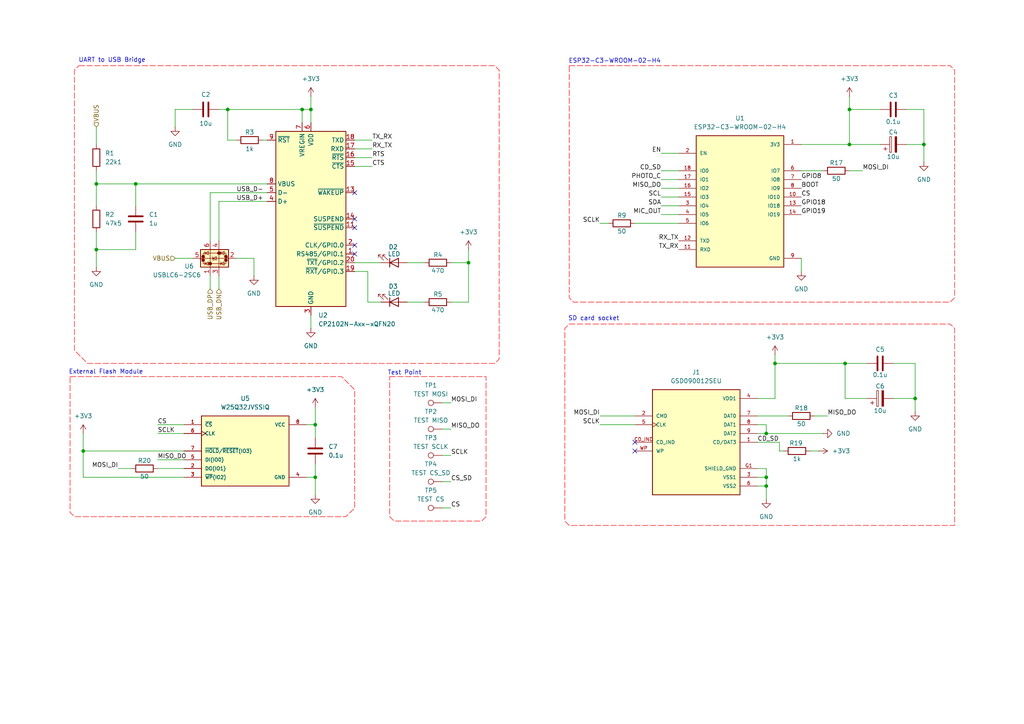
<source format=kicad_sch>
(kicad_sch (version 20250114) (generator "eeschema") (generator_version "9.0")
  (paper "A4")
  (title_block (title "ESP32 Based IoT Hardware-ESP32 and Peripherals") (date "2025-11-04") (rev "Khoa Doan"))
  (lib_symbols
    (symbol "Connector:TestPoint" (pin_numbers (hide yes)) (pin_names (offset 0.762) (hide yes))
      (property "Reference" "TP" (at 0 6.858 0))
      (property "Value" "TestPoint" (at 0 5.08 0))
      (symbol "TestPoint_0_1"
        (circle (center 0 3.302) (radius 0.762))
      )
      (symbol "TestPoint_1_1"
        (pin passive line (at 0 0 90) (length 2.54) (name "1") (number "1"))
      )
    )
    (symbol "Device:C" (pin_numbers (hide yes)) (pin_names (offset 0.254))
      (property "Reference" "C" (at 0.635 2.54 0))
      (property "Value" "C" (at 0.635 -2.54 0))
      (symbol "C_0_1"
        (polyline (pts (xy -2.032 0.762) (xy 2.032 0.762)) (stroke (width 0.508)))
        (polyline (pts (xy -2.032 -0.762) (xy 2.032 -0.762)) (stroke (width 0.508)))
      )
      (symbol "C_1_1"
        (pin passive line (at 0 3.81 270) (length 2.794) (name "~") (number "1"))
        (pin passive line (at 0 -3.81 90) (length 2.794) (name "~") (number "2"))
      )
    )
    (symbol "Device:C_Polarized" (pin_numbers (hide yes)) (pin_names (offset 0.254))
      (property "Reference" "C" (at 0.635 2.54 0))
      (property "Value" "C_Polarized" (at 0.635 -2.54 0))
      (symbol "C_Polarized_0_1"
        (rectangle (start -2.286 0.508) (end 2.286 1.016))
        (polyline (pts (xy -1.778 2.286) (xy -0.762 2.286)))
        (polyline (pts (xy -1.27 2.794) (xy -1.27 1.778)))
        (rectangle (start 2.286 -0.508) (end -2.286 -1.016) (fill (type outline)))
      )
      (symbol "C_Polarized_1_1"
        (pin passive line (at 0 3.81 270) (length 2.794) (name "~") (number "1"))
        (pin passive line (at 0 -3.81 90) (length 2.794) (name "~") (number "2"))
      )
    )
    (symbol "Device:LED" (pin_numbers (hide yes)) (pin_names (offset 1.016) (hide yes))
      (property "Reference" "D" (at 0 2.54 0))
      (property "Value" "LED" (at 0 -2.54 0))
      (symbol "LED_0_1"
        (polyline (pts (xy -3.048 -0.762) (xy -4.572 -2.286) (xy -3.81 -2.286) (xy -4.572 -2.286) (xy -4.572 -1.524)))
        (polyline (pts (xy -1.778 -0.762) (xy -3.302 -2.286) (xy -2.54 -2.286) (xy -3.302 -2.286) (xy -3.302 -1.524)))
        (polyline (pts (xy -1.27 0) (xy 1.27 0)))
        (polyline (pts (xy -1.27 -1.27) (xy -1.27 1.27)) (stroke (width 0.254)))
        (polyline (pts (xy 1.27 -1.27) (xy 1.27 1.27) (xy -1.27 0) (xy 1.27 -1.27)) (stroke (width 0.254)))
      )
      (symbol "LED_1_1"
        (pin passive line (at -3.81 0 0) (length 2.54) (name "K") (number "1"))
        (pin passive line (at 3.81 0 180) (length 2.54) (name "A") (number "2"))
      )
    )
    (symbol "Device:R" (pin_numbers (hide yes)) (pin_names (offset 0))
      (property "Reference" "R" (at 2.032 0 90))
      (property "Value" "R" (at 0 0 90))
      (symbol "R_0_1"
        (rectangle (start -1.016 -2.54) (end 1.016 2.54) (stroke (width 0.254)))
      )
      (symbol "R_1_1"
        (pin passive line (at 0 3.81 270) (length 1.27) (name "~") (number "1"))
        (pin passive line (at 0 -3.81 90) (length 1.27) (name "~") (number "2"))
      )
    )
    (symbol "ESP32-C3-WROOM-02-H4:ESP32-C3-WROOM-02-H4" (pin_names (offset 1.016))
      (property "Reference" "U1" (at 0 25.4 0))
      (property "Value" "ESP32-C3-WROOM-02-H4" (at 0 22.86 0))
      (symbol "ESP32-C3-WROOM-02-H4_0_0"
        (rectangle (start -12.7 -17.78) (end 12.7 20.32) (stroke (width 0.254)) (fill (type background)))
        (pin input line (at -17.78 15.24 0) (length 5.08) (name "EN") (number "2"))
        (pin bidirectional line (at -17.78 10.16 0) (length 5.08) (name "IO0") (number "18"))
        (pin bidirectional line (at -17.78 7.62 0) (length 5.08) (name "IO1") (number "17"))
        (pin bidirectional line (at -17.78 5.08 0) (length 5.08) (name "IO2") (number "16"))
        (pin bidirectional line (at -17.78 2.54 0) (length 5.08) (name "IO3") (number "15"))
        (pin bidirectional line (at -17.78 0 0) (length 5.08) (name "IO4") (number "3"))
        (pin bidirectional line (at -17.78 -2.54 0) (length 5.08) (name "IO5") (number "4"))
        (pin bidirectional line (at -17.78 -5.08 0) (length 5.08) (name "IO6") (number "5"))
        (pin bidirectional line (at -17.78 -10.16 0) (length 5.08) (name "TXD") (number "12"))
        (pin bidirectional line (at -17.78 -12.7 0) (length 5.08) (name "RXD") (number "11"))
        (pin power_in line (at 17.78 17.78 180) (length 5.08) (name "3V3") (number "1"))
        (pin bidirectional line (at 17.78 10.16 180) (length 5.08) (name "IO7") (number "6"))
        (pin bidirectional line (at 17.78 7.62 180) (length 5.08) (name "IO8") (number "7"))
        (pin bidirectional line (at 17.78 5.08 180) (length 5.08) (name "IO9") (number "8"))
        (pin bidirectional line (at 17.78 2.54 180) (length 5.08) (name "IO10") (number "10"))
        (pin bidirectional line (at 17.78 0 180) (length 5.08) (name "IO18") (number "13"))
        (pin bidirectional line (at 17.78 -2.54 180) (length 5.08) (name "IO19") (number "14"))
        (pin power_in line (at 17.78 -15.24 180) (length 5.08) (hide yes) (name "GND") (number "19"))
        (pin power_in line (at 17.78 -15.24 180) (length 5.08) (hide yes) (name "GND") (number "20"))
        (pin power_in line (at 17.78 -15.24 180) (length 5.08) (hide yes) (name "GND") (number "21"))
        (pin power_in line (at 17.78 -15.24 180) (length 5.08) (hide yes) (name "GND") (number "22"))
        (pin power_in line (at 17.78 -15.24 180) (length 5.08) (hide yes) (name "GND") (number "23"))
        (pin power_in line (at 17.78 -15.24 180) (length 5.08) (hide yes) (name "GND") (number "24"))
        (pin power_in line (at 17.78 -15.24 180) (length 5.08) (hide yes) (name "GND") (number "25"))
        (pin power_in line (at 17.78 -15.24 180) (length 5.08) (hide yes) (name "GND") (number "26"))
        (pin power_in line (at 17.78 -15.24 180) (length 5.08) (hide yes) (name "GND") (number "27"))
        (pin power_in line (at 17.78 -15.24 180) (length 5.08) (hide yes) (name "GND") (number "28"))
        (pin power_in line (at 17.78 -15.24 180) (length 5.08) (hide yes) (name "GND") (number "29"))
        (pin power_in line (at 17.78 -15.24 180) (length 5.08) (hide yes) (name "GND") (number "30"))
        (pin power_in line (at 17.78 -15.24 180) (length 5.08) (hide yes) (name "GND") (number "31"))
        (pin power_in line (at 17.78 -15.24 180) (length 5.08) (hide yes) (name "GND") (number "32"))
        (pin power_in line (at 17.78 -15.24 180) (length 5.08) (hide yes) (name "GND") (number "33"))
        (pin power_in line (at 17.78 -15.24 180) (length 5.08) (hide yes) (name "GND") (number "34"))
        (pin power_in line (at 17.78 -15.24 180) (length 5.08) (hide yes) (name "GND") (number "35"))
        (pin power_in line (at 17.78 -15.24 180) (length 5.08) (hide yes) (name "GND") (number "36"))
        (pin power_in line (at 17.78 -15.24 180) (length 5.08) (hide yes) (name "GND") (number "37"))
        (pin power_in line (at 17.78 -15.24 180) (length 5.08) (hide yes) (name "GND") (number "38"))
        (pin power_in line (at 17.78 -15.24 180) (length 5.08) (hide yes) (name "GND") (number "39"))
        (pin power_in line (at 17.78 -15.24 180) (length 5.08) (name "GND") (number "9"))
      )
    )
    (symbol "GSD090012SEU:GSD090012SEU" (pin_names (offset 1.016))
      (property "Reference" "J1" (at 0 20.32 0))
      (property "Value" "GSD090012SEU" (at 0 17.78 0))
      (symbol "GSD090012SEU_0_0"
        (rectangle (start -12.7 15.24) (end 12.7 -15.24) (stroke (width 0.254)) (fill (type background)))
        (pin bidirectional line (at -17.78 7.62 0) (length 5.08) (name "CMD") (number "2"))
        (pin bidirectional clock (at -17.78 5.08 0) (length 5.08) (name "CLK") (number "5"))
        (pin passive line (at -17.78 0 0) (length 5.08) (name "CD_IND") (number "CD_IND"))
        (pin passive line (at -17.78 -2.54 0) (length 5.08) (name "WP") (number "WP"))
        (pin power_in line (at 17.78 12.7 180) (length 5.08) (name "VDD1") (number "4"))
        (pin bidirectional line (at 17.78 7.62 180) (length 5.08) (name "DAT0") (number "7"))
        (pin bidirectional line (at 17.78 5.08 180) (length 5.08) (name "DAT1") (number "8"))
        (pin bidirectional line (at 17.78 2.54 180) (length 5.08) (name "DAT2") (number "9"))
        (pin bidirectional line (at 17.78 0 180) (length 5.08) (name "CD/DAT3") (number "1"))
        (pin power_in line (at 17.78 -7.62 180) (length 5.08) (name "SHIELD_GND") (number "G1"))
        (pin power_in line (at 17.78 -7.62 180) (length 5.08) (hide yes) (name "SHIELD_GND") (number "G2"))
        (pin power_in line (at 17.78 -7.62 180) (length 5.08) (hide yes) (name "SHIELD_GND") (number "G3"))
        (pin power_in line (at 17.78 -7.62 180) (length 5.08) (hide yes) (name "SHIELD_GND") (number "G4"))
        (pin power_in line (at 17.78 -10.16 180) (length 5.08) (name "VSS1") (number "3"))
        (pin power_in line (at 17.78 -12.7 180) (length 5.08) (name "VSS2") (number "6"))
      )
    )
    (symbol "Interface_USB:CP2102N-Axx-xQFN20"
      (property "Reference" "U" (at -8.89 26.67 0))
      (property "Value" "CP2102N-Axx-xQFN20" (at 12.7 26.67 0))
      (symbol "CP2102N-Axx-xQFN20_0_1"
        (rectangle (start -10.16 25.4) (end 10.16 -25.4) (stroke (width 0.254)) (fill (type background)))
      )
      (symbol "CP2102N-Axx-xQFN20_1_1"
        (pin input line (at -12.7 22.86 0) (length 2.54) (name "~{RST}") (number "9"))
        (pin input line (at -12.7 10.16 0) (length 2.54) (name "VBUS") (number "8"))
        (pin bidirectional line (at -12.7 7.62 0) (length 2.54) (name "D-") (number "5"))
        (pin bidirectional line (at -12.7 5.08 0) (length 2.54) (name "D+") (number "4"))
        (pin no_connect line (at -10.16 -22.86 0) (length 2.54) (hide yes) (name "NC") (number "10"))
        (pin power_in line (at -2.54 27.94 270) (length 2.54) (name "VREGIN") (number "7"))
        (pin power_in line (at 0 27.94 270) (length 2.54) (name "VDD") (number "6"))
        (pin passive line (at 0 -27.94 90) (length 2.54) (hide yes) (name "GND") (number "12"))
        (pin passive line (at 0 -27.94 90) (length 2.54) (hide yes) (name "GND") (number "21"))
        (pin power_in line (at 0 -27.94 90) (length 2.54) (name "GND") (number "3"))
        (pin output line (at 12.7 22.86 180) (length 2.54) (name "TXD") (number "18"))
        (pin input line (at 12.7 20.32 180) (length 2.54) (name "RXD") (number "17"))
        (pin output line (at 12.7 17.78 180) (length 2.54) (name "~{RTS}") (number "16"))
        (pin input line (at 12.7 15.24 180) (length 2.54) (name "~{CTS}") (number "15"))
        (pin input line (at 12.7 7.62 180) (length 2.54) (name "~{WAKEUP}") (number "13"))
        (pin output line (at 12.7 0 180) (length 2.54) (name "SUSPEND") (number "14"))
        (pin output line (at 12.7 -2.54 180) (length 2.54) (name "~{SUSPEND}") (number "11"))
        (pin bidirectional line (at 12.7 -7.62 180) (length 2.54) (name "CLK/GPIO.0") (number "2"))
        (pin bidirectional line (at 12.7 -10.16 180) (length 2.54) (name "RS485/GPIO.1") (number "1"))
        (pin bidirectional line (at 12.7 -12.7 180) (length 2.54) (name "~{TXT}/GPIO.2") (number "20"))
        (pin bidirectional line (at 12.7 -15.24 180) (length 2.54) (name "~{RXT}/GPIO.3") (number "19"))
      )
    )
    (symbol "Power_Protection:USBLC6-2SC6" (pin_names (hide yes))
      (property "Reference" "U" (at 0.635 5.715 0))
      (property "Value" "USBLC6-2SC6" (at 0.635 3.81 0))
      (symbol "USBLC6-2SC6_0_0"
        (circle (center -1.524 0) (radius 0.0001) (stroke (width 0.508)))
        (circle (center -0.508 2.032) (radius 0.0001) (stroke (width 0.508)))
        (circle (center -0.508 -4.572) (radius 0.0001) (stroke (width 0.508)))
        (circle (center 0.508 2.032) (radius 0.0001) (stroke (width 0.508)))
        (circle (center 0.508 -4.572) (radius 0.0001) (stroke (width 0.508)))
        (circle (center 1.524 -2.54) (radius 0.0001) (stroke (width 0.508)))
      )
      (symbol "USBLC6-2SC6_0_1"
        (polyline (pts (xy -2.54 0) (xy 2.54 0)))
        (polyline (pts (xy -2.54 -2.54) (xy 2.54 -2.54)))
        (polyline (pts (xy -2.032 0.508) (xy -1.016 0.508) (xy -1.524 1.524) (xy -2.032 0.508)))
        (polyline (pts (xy -2.032 -3.048) (xy -1.016 -3.048)))
        (polyline (pts (xy -1.016 1.524) (xy -2.032 1.524)))
        (polyline (pts (xy -1.016 -4.064) (xy -2.032 -4.064) (xy -1.524 -3.048) (xy -1.016 -4.064)))
        (polyline (pts (xy -0.508 -1.143) (xy -0.508 -0.762) (xy 0.508 -0.762)))
        (polyline (pts (xy 0 2.54) (xy -0.508 2.032) (xy 0.508 2.032) (xy 0 1.524) (xy 0 -4.064) (xy -0.508 -4.572) (xy 0.508 -4.572) (xy 0 -5.08)))
        (polyline (pts (xy 0.508 -1.778) (xy -0.508 -1.778) (xy 0 -0.762) (xy 0.508 -1.778)))
        (polyline (pts (xy 1.016 1.524) (xy 2.032 1.524)))
        (polyline (pts (xy 1.016 -3.048) (xy 2.032 -3.048)))
        (polyline (pts (xy 2.032 0.508) (xy 1.016 0.508) (xy 1.524 1.524) (xy 2.032 0.508)))
        (polyline (pts (xy 2.032 -4.064) (xy 1.016 -4.064) (xy 1.524 -3.048) (xy 2.032 -4.064)))
      )
      (symbol "USBLC6-2SC6_1_1"
        (rectangle (start -2.54 2.794) (end 2.54 -5.334) (stroke (width 0.254)) (fill (type background)))
        (polyline (pts (xy -0.508 2.032) (xy -1.524 2.032) (xy -1.524 -4.572) (xy -0.508 -4.572)))
        (polyline (pts (xy 0.508 -4.572) (xy 1.524 -4.572) (xy 1.524 2.032) (xy 0.508 2.032)))
        (pin passive line (at -5.08 0 0) (length 2.54) (name "I/O1") (number "1"))
        (pin passive line (at -5.08 -2.54 0) (length 2.54) (name "I/O2") (number "3"))
        (pin passive line (at 0 5.08 270) (length 2.54) (name "VBUS") (number "5"))
        (pin passive line (at 0 -7.62 90) (length 2.54) (name "GND") (number "2"))
        (pin passive line (at 5.08 0 180) (length 2.54) (name "I/O1") (number "6"))
        (pin passive line (at 5.08 -2.54 180) (length 2.54) (name "I/O2") (number "4"))
      )
    )
    (symbol "W25Q32JVSSIQ:W25Q32JVSSIQ" (pin_names (offset 1.016))
      (property "Reference" "U" (at -12.4723 10.945 0))
      (property "Value" "W25Q32JVSSIQ" (at -12.4744 -12.2198 0))
      (symbol "W25Q32JVSSIQ_0_0"
        (rectangle (start -12.7 -10.16) (end 12.7 10.16) (stroke (width 0.254)) (fill (type background)))
        (pin input line (at -17.78 7.62 0) (length 5.08) (name "~{CS}") (number "1"))
        (pin input clock (at -17.78 5.08 0) (length 5.08) (name "CLK") (number "6"))
        (pin bidirectional line (at -17.78 0 0) (length 5.08) (name "~{HOLD}/~{RESET}(IO3)") (number "7"))
        (pin bidirectional line (at -17.78 -2.54 0) (length 5.08) (name "DI(IO0)") (number "5"))
        (pin bidirectional line (at -17.78 -5.08 0) (length 5.08) (name "DO(IO1)") (number "2"))
        (pin bidirectional line (at -17.78 -7.62 0) (length 5.08) (name "~{WP}(IO2)") (number "3"))
        (pin power_in line (at 17.78 7.62 180) (length 5.08) (name "VCC") (number "8"))
        (pin power_in line (at 17.78 -7.62 180) (length 5.08) (name "GND") (number "4"))
      )
    )
    (symbol "power:+3V3" (power) (pin_numbers (hide yes)) (pin_names (offset 0) (hide yes))
      (property "Value" "+3V3" (at 0 3.556 0))
      (symbol "+3V3_0_1"
        (polyline (pts (xy -0.762 1.27) (xy 0 2.54)))
        (polyline (pts (xy 0 2.54) (xy 0.762 1.27)))
        (polyline (pts (xy 0 0) (xy 0 2.54)))
      )
      (symbol "+3V3_1_1"
        (pin power_in line (at 0 0 90) (length 0) (name "~") (number "1"))
      )
    )
    (symbol "power:GND" (power) (pin_numbers (hide yes)) (pin_names (offset 0) (hide yes))
      (property "Value" "GND" (at 0 -3.81 0))
      (symbol "GND_0_1"
        (polyline (pts (xy 0 0) (xy 0 -1.27) (xy 1.27 -1.27) (xy 0 -2.54) (xy -1.27 -1.27) (xy 0 -1.27)))
      )
      (symbol "GND_1_1"
        (pin power_in line (at 0 0 270) (length 0) (name "~") (number "1"))
      )
    )
  )
  (text "UART to USB Bridge" (at 32.512 17.526 0) (effects (font (size 1.27 1.27))))
  (text "External Flash Module\n" (at 30.734 107.95 0) (effects (font (size 1.27 1.27))))
  (text "Test Point" (at 117.348 108.204 0) (effects (font (size 1.27 1.27))))
  (text "ESP32-C3-WROOM-02-H4" (at 178.308 17.78 0) (effects (font (size 1.27 1.27))))
  (text "SD card socket" (at 172.212 92.456 0) (effects (font (size 1.27 1.27))))
  (junction (at 224.79 105.41))
  (junction (at 245.11 105.41))
  (junction (at 222.25 140.97))
  (junction (at 246.38 31.75))
  (junction (at 39.37 53.34))
  (junction (at 90.17 31.75))
  (junction (at 24.13 130.81))
  (junction (at 87.63 31.75))
  (junction (at 267.97 41.91))
  (junction (at 27.94 72.39))
  (junction (at 222.25 138.43))
  (junction (at 91.44 123.19))
  (junction (at 222.25 125.73))
  (junction (at 265.43 115.57))
  (junction (at 246.38 41.91))
  (junction (at 135.89 76.2))
  (junction (at 66.04 31.75))
  (junction (at 27.94 53.34))
  (junction (at 91.44 138.43))
  (no_connect (at 184.15 130.81))
  (no_connect (at 102.87 71.12))
  (no_connect (at 102.87 55.88))
  (no_connect (at 102.87 66.04))
  (no_connect (at 102.87 73.66))
  (no_connect (at 184.15 128.27))
  (no_connect (at 102.87 63.5))
  (wire (pts (xy 24.13 125.73) (xy 24.13 130.81)))
  (wire (pts (xy 219.71 125.73) (xy 222.25 125.73)))
  (wire (pts (xy 267.97 31.75) (xy 267.97 41.91)))
  (wire (pts (xy 245.11 105.41) (xy 224.79 105.41)))
  (wire (pts (xy 87.63 31.75) (xy 90.17 31.75)))
  (wire (pts (xy 262.89 31.75) (xy 267.97 31.75)))
  (wire (pts (xy 63.5 69.85) (xy 63.5 58.42)))
  (wire (pts (xy 50.8 36.83) (xy 50.8 31.75)))
  (wire (pts (xy 251.46 115.57) (xy 245.11 115.57)))
  (wire (pts (xy 90.17 91.44) (xy 90.17 95.25)))
  (wire (pts (xy 128.27 124.46) (xy 130.81 124.46)))
  (wire (pts (xy 240.03 120.65) (xy 236.22 120.65)))
  (wire (pts (xy 226.06 130.81) (xy 227.33 130.81)))
  (wire (pts (xy 246.38 49.53) (xy 250.19 49.53)))
  (wire (pts (xy 63.5 80.01) (xy 63.5 83.82)))
  (wire (pts (xy 222.25 138.43) (xy 222.25 140.97)))
  (wire (pts (xy 219.71 123.19) (xy 222.25 123.19)))
  (wire (pts (xy 265.43 105.41) (xy 265.43 115.57)))
  (wire (pts (xy 91.44 123.19) (xy 91.44 127)))
  (wire (pts (xy 191.77 62.23) (xy 196.85 62.23)))
  (wire (pts (xy 66.04 40.64) (xy 66.04 31.75)))
  (wire (pts (xy 118.11 76.2) (xy 123.19 76.2)))
  (wire (pts (xy 191.77 59.69) (xy 196.85 59.69)))
  (wire (pts (xy 39.37 53.34) (xy 27.94 53.34)))
  (wire (pts (xy 102.87 43.18) (xy 107.95 43.18)))
  (wire (pts (xy 267.97 41.91) (xy 267.97 46.99)))
  (wire (pts (xy 130.81 76.2) (xy 135.89 76.2)))
  (wire (pts (xy 246.38 41.91) (xy 255.27 41.91)))
  (wire (pts (xy 226.06 128.27) (xy 219.71 128.27)))
  (wire (pts (xy 60.96 55.88) (xy 60.96 69.85)))
  (wire (pts (xy 246.38 31.75) (xy 246.38 41.91)))
  (wire (pts (xy 232.41 74.93) (xy 232.41 78.74)))
  (wire (pts (xy 106.68 87.63) (xy 110.49 87.63)))
  (wire (pts (xy 90.17 31.75) (xy 90.17 35.56)))
  (wire (pts (xy 259.08 115.57) (xy 265.43 115.57)))
  (wire (pts (xy 219.71 140.97) (xy 222.25 140.97)))
  (wire (pts (xy 45.72 133.35) (xy 53.34 133.35)))
  (wire (pts (xy 53.34 138.43) (xy 24.13 138.43)))
  (wire (pts (xy 24.13 138.43) (xy 24.13 130.81)))
  (wire (pts (xy 27.94 72.39) (xy 39.37 72.39)))
  (wire (pts (xy 219.71 138.43) (xy 222.25 138.43)))
  (wire (pts (xy 66.04 31.75) (xy 87.63 31.75)))
  (wire (pts (xy 173.99 64.77) (xy 176.53 64.77)))
  (wire (pts (xy 45.72 135.89) (xy 53.34 135.89)))
  (wire (pts (xy 191.77 52.07) (xy 196.85 52.07)))
  (wire (pts (xy 245.11 115.57) (xy 245.11 105.41)))
  (wire (pts (xy 53.34 130.81) (xy 24.13 130.81)))
  (wire (pts (xy 102.87 40.64) (xy 107.95 40.64)))
  (wire (pts (xy 173.99 120.65) (xy 184.15 120.65)))
  (wire (pts (xy 90.17 27.94) (xy 90.17 31.75)))
  (wire (pts (xy 246.38 27.94) (xy 246.38 31.75)))
  (wire (pts (xy 76.2 40.64) (xy 77.47 40.64)))
  (wire (pts (xy 102.87 76.2) (xy 110.49 76.2)))
  (wire (pts (xy 135.89 72.39) (xy 135.89 76.2)))
  (wire (pts (xy 50.8 31.75) (xy 55.88 31.75)))
  (wire (pts (xy 245.11 105.41) (xy 251.46 105.41)))
  (wire (pts (xy 27.94 72.39) (xy 27.94 77.47)))
  (wire (pts (xy 91.44 134.62) (xy 91.44 138.43)))
  (wire (pts (xy 246.38 31.75) (xy 255.27 31.75)))
  (wire (pts (xy 135.89 76.2) (xy 135.89 87.63)))
  (wire (pts (xy 184.15 64.77) (xy 196.85 64.77)))
  (wire (pts (xy 173.99 123.19) (xy 184.15 123.19)))
  (wire (pts (xy 27.94 67.31) (xy 27.94 72.39)))
  (wire (pts (xy 224.79 115.57) (xy 219.71 115.57)))
  (wire (pts (xy 39.37 53.34) (xy 39.37 59.69)))
  (wire (pts (xy 259.08 105.41) (xy 265.43 105.41)))
  (wire (pts (xy 27.94 53.34) (xy 27.94 59.69)))
  (wire (pts (xy 27.94 36.83) (xy 27.94 41.91)))
  (wire (pts (xy 91.44 138.43) (xy 91.44 143.51)))
  (wire (pts (xy 226.06 130.81) (xy 226.06 128.27)))
  (wire (pts (xy 224.79 102.87) (xy 224.79 105.41)))
  (wire (pts (xy 265.43 115.57) (xy 265.43 119.38)))
  (wire (pts (xy 222.25 135.89) (xy 222.25 138.43)))
  (wire (pts (xy 222.25 123.19) (xy 222.25 125.73)))
  (wire (pts (xy 91.44 118.11) (xy 91.44 123.19)))
  (wire (pts (xy 224.79 105.41) (xy 224.79 115.57)))
  (wire (pts (xy 222.25 140.97) (xy 222.25 144.78)))
  (wire (pts (xy 60.96 80.01) (xy 60.96 83.82)))
  (wire (pts (xy 27.94 49.53) (xy 27.94 53.34)))
  (wire (pts (xy 66.04 40.64) (xy 68.58 40.64)))
  (wire (pts (xy 87.63 31.75) (xy 87.63 35.56)))
  (wire (pts (xy 88.9 138.43) (xy 91.44 138.43)))
  (wire (pts (xy 39.37 67.31) (xy 39.37 72.39)))
  (wire (pts (xy 63.5 58.42) (xy 77.47 58.42)))
  (wire (pts (xy 106.68 78.74) (xy 102.87 78.74)))
  (wire (pts (xy 191.77 54.61) (xy 196.85 54.61)))
  (wire (pts (xy 77.47 53.34) (xy 39.37 53.34)))
  (wire (pts (xy 38.1 135.89) (xy 34.29 135.89)))
  (wire (pts (xy 102.87 48.26) (xy 107.95 48.26)))
  (wire (pts (xy 130.81 87.63) (xy 135.89 87.63)))
  (wire (pts (xy 73.66 74.93) (xy 73.66 80.01)))
  (wire (pts (xy 45.72 123.19) (xy 53.34 123.19)))
  (wire (pts (xy 45.72 125.73) (xy 53.34 125.73)))
  (wire (pts (xy 128.27 139.7) (xy 130.81 139.7)))
  (wire (pts (xy 60.96 55.88) (xy 77.47 55.88)))
  (wire (pts (xy 63.5 31.75) (xy 66.04 31.75)))
  (wire (pts (xy 219.71 120.65) (xy 228.6 120.65)))
  (wire (pts (xy 232.41 41.91) (xy 246.38 41.91)))
  (wire (pts (xy 88.9 123.19) (xy 91.44 123.19)))
  (wire (pts (xy 118.11 87.63) (xy 123.19 87.63)))
  (wire (pts (xy 191.77 49.53) (xy 196.85 49.53)))
  (wire (pts (xy 128.27 116.84) (xy 130.81 116.84)))
  (wire (pts (xy 68.58 74.93) (xy 73.66 74.93)))
  (wire (pts (xy 219.71 135.89) (xy 222.25 135.89)))
  (wire (pts (xy 267.97 41.91) (xy 262.89 41.91)))
  (wire (pts (xy 102.87 45.72) (xy 107.95 45.72)))
  (wire (pts (xy 128.27 147.32) (xy 130.81 147.32)))
  (wire (pts (xy 234.95 130.81) (xy 237.49 130.81)))
  (wire (pts (xy 232.41 49.53) (xy 238.76 49.53)))
  (wire (pts (xy 222.25 125.73) (xy 238.76 125.73)))
  (wire (pts (xy 106.68 78.74) (xy 106.68 87.63)))
  (wire (pts (xy 191.77 44.45) (xy 196.85 44.45)))
  (wire (pts (xy 191.77 57.15) (xy 196.85 57.15)))
  (wire (pts (xy 128.27 132.08) (xy 130.81 132.08)))
  (wire (pts (xy 50.8 74.93) (xy 55.88 74.93)))
  (label "RTS" (at 107.95 45.72 0))
  (label "SCLK" (at 173.99 123.19 180))
  (label "CTS" (at 107.95 48.26 0))
  (label "CD_SD" (at 191.77 49.53 180))
  (label "GPIO19" (at 232.41 62.23 0))
  (label "MIC_OUT" (at 191.77 62.23 180))
  (label "CS" (at 130.81 147.32 0))
  (label "CS" (at 45.72 123.19 0))
  (label "MOSI_DI" (at 250.19 49.53 0))
  (label "CS_SD" (at 130.81 139.7 0))
  (label "CD_SD" (at 219.71 128.27 0))
  (label "MISO_DO" (at 240.03 120.65 0))
  (label "MISO_DO" (at 191.77 54.61 180))
  (label "SCLK" (at 173.99 64.77 180))
  (label "MISO_DO" (at 45.72 133.35 0))
  (label "SCLK" (at 45.72 125.73 0))
  (label "MOSI_DI" (at 130.81 116.84 0))
  (label "PHOTO_C" (at 191.77 52.07 180))
  (label "RX_TX" (at 107.95 43.18 0))
  (label "TX_RX" (at 107.95 40.64 0))
  (label "TX_RX" (at 196.85 72.39 180))
  (label "MISO_DO" (at 130.81 124.46 0))
  (label "SDA" (at 191.77 59.69 180))
  (label "RX_TX" (at 196.85 69.85 180))
  (label "MOSI_DI" (at 34.29 135.89 180))
  (label "BOOT" (at 232.41 54.61 0))
  (label "USB_D+" (at 68.58 58.42 0))
  (label "EN" (at 191.77 44.45 180))
  (label "GPIO8" (at 232.41 52.07 0))
  (label "SCLK" (at 130.81 132.08 0))
  (label "USB_D-" (at 68.58 55.88 0))
  (label "MOSI_DI" (at 173.99 120.65 180))
  (label "CS" (at 232.41 57.15 0))
  (label "SCL" (at 191.77 57.15 180))
  (label "GPIO18" (at 232.41 59.69 0))
  (hierarchical_label "VBUS" (shape input) (at 50.8 74.93 180))
  (hierarchical_label "USB_DP" (shape input) (at 60.96 83.82 270))
  (hierarchical_label "USB_DN" (shape input) (at 63.5 83.82 270))
  (hierarchical_label "VBUS" (shape input) (at 27.94 36.83 90))
  (rule_area (polyline (pts (xy 165.1 19.05) (xy 275.59 19.05) (xy 276.86 20.32) (xy 276.86 86.36) (xy 275.59 87.63) (xy 166.37 87.63) (xy 165.1 86.36)) (stroke (width 0) (type dash))))
  (rule_area (polyline (pts (xy 165.1 93.98) (xy 275.59 93.98) (xy 276.86 95.25) (xy 276.86 152.4) (xy 165.1 152.4) (xy 163.83 151.13) (xy 163.83 95.25)) (stroke (width 0) (type dash))))
  (rule_area (polyline (pts (xy 20.32 109.22) (xy 99.06 109.22) (xy 102.87 113.03) (xy 102.87 147.32) (xy 100.33 149.86) (xy 21.59 149.86) (xy 20.32 148.59)) (stroke (width 0) (type dash))))
  (rule_area (polyline (pts (xy 22.86 19.05) (xy 143.51 19.05) (xy 144.78 20.32) (xy 144.78 104.14) (xy 143.51 105.41) (xy 25.4 105.41) (xy 21.59 101.6) (xy 21.59 20.32)) (stroke (width 0) (type dash))))
  (rule_area (polyline (pts (xy 113.03 109.22) (xy 140.97 109.22) (xy 140.97 149.86) (xy 139.7 151.13) (xy 114.3 151.13) (xy 113.03 149.86)) (stroke (width 0) (type dash))))
  (symbol (lib_id "Device:LED") (at 114.3 87.63 0) (mirror x) (unit 1)
    (property "Reference" "D3" (at 114.046 83.058 0))
    (property "Value" "LED" (at 114.3 85.09 0))
    (property "Description" "Light emitting diode" (effects (hide yes)))
    (property "Sim.Pins" "1=K 2=A" (effects (hide yes)))
  )
  (symbol (lib_id "Device:R") (at 27.94 63.5 0) (unit 1)
    (property "Reference" "R2" (at 30.48 62.2299 0) (effects (justify left)))
    (property "Value" "47k5" (at 30.48 64.7699 0) (effects (justify left)))
    (property "Description" "Resistor" (effects (hide yes)))
  )
  (symbol (lib_id "power:+3V3") (at 91.44 118.11 0) (unit 1)
    (property "Reference" "#PWR032" (effects (hide yes)))
    (property "Value" "+3V3" (at 91.44 113.03 0))
    (property "Description" "Power symbol creates a global label with name \"+3V3\"" (effects (hide yes)))
  )
  (symbol (lib_id "Power_Protection:USBLC6-2SC6") (at 60.96 74.93 90) (unit 1)
    (property "Reference" "U6" (at 54.864 77.216 90))
    (property "Value" "USBLC6-2SC6" (at 51.308 79.756 90))
    (property "Footprint" "Package_TO_SOT_SMD:SOT-23-6" (effects (hide yes)))
    (property "Datasheet" "https://www.st.com/resource/en/datasheet/usblc6-2.pdf" (effects (hide yes)))
    (property "Description" "Very low capacitance ESD protection diode, 2 data-line, SOT-23-6" (effects (hide yes)))
  )
  (symbol (lib_id "Device:C") (at 255.27 105.41 90) (unit 1)
    (property "Reference" "C5" (at 255.27 101.346 90))
    (property "Value" "0.1u" (at 255.27 108.712 90))
    (property "Description" "Unpolarized capacitor" (effects (hide yes)))
  )
  (symbol (lib_id "power:GND") (at 27.94 77.47 0) (unit 1)
    (property "Reference" "#PWR05" (effects (hide yes)))
    (property "Value" "GND" (at 27.94 82.55 0))
    (property "Description" "Power symbol creates a global label with name \"GND\" , ground" (effects (hide yes)))
  )
  (symbol (lib_id "Device:R") (at 180.34 64.77 90) (unit 1)
    (property "Reference" "R9" (at 180.34 62.484 90))
    (property "Value" "50" (at 180.34 67.056 90))
    (property "Description" "Resistor" (effects (hide yes)))
  )
  (symbol (lib_id "power:GND") (at 90.17 95.25 0) (unit 1)
    (property "Reference" "#PWR04" (effects (hide yes)))
    (property "Value" "GND" (at 90.17 100.33 0))
    (property "Description" "Power symbol creates a global label with name \"GND\" , ground" (effects (hide yes)))
  )
  (symbol (lib_id "Device:R") (at 127 87.63 90) (unit 1)
    (property "Reference" "R5" (at 127 85.344 90))
    (property "Value" "470" (at 127 89.916 90))
    (property "Description" "Resistor" (effects (hide yes)))
  )
  (symbol (lib_id "Connector:TestPoint") (at 128.27 147.32 90) (unit 1)
    (property "Reference" "TP5" (at 124.968 142.24 90))
    (property "Value" "TEST CS" (at 124.968 144.78 90))
    (property "Description" "test point" (effects (hide yes)))
  )
  (symbol (lib_id "power:GND") (at 73.66 80.01 0) (unit 1)
    (property "Reference" "#PWR03" (effects (hide yes)))
    (property "Value" "GND" (at 73.66 85.09 0))
    (property "Description" "Power symbol creates a global label with name \"GND\" , ground" (effects (hide yes)))
  )
  (symbol (lib_id "power:GND") (at 222.25 144.78 0) (unit 1)
    (property "Reference" "#PWR027" (effects (hide yes)))
    (property "Value" "GND" (at 222.25 149.86 0))
    (property "Description" "Power symbol creates a global label with name \"GND\" , ground" (effects (hide yes)))
  )
  (symbol (lib_id "Device:R") (at 242.57 49.53 90) (unit 1)
    (property "Reference" "R17" (at 242.57 47.244 90))
    (property "Value" "50" (at 242.57 51.816 90))
    (property "Description" "Resistor" (effects (hide yes)))
  )
  (symbol (lib_id "power:GND") (at 232.41 78.74 0) (unit 1)
    (property "Reference" "#PWR011" (effects (hide yes)))
    (property "Value" "GND" (at 232.41 83.82 0))
    (property "Description" "Power symbol creates a global label with name \"GND\" , ground" (effects (hide yes)))
  )
  (symbol (lib_id "power:GND") (at 50.8 36.83 0) (unit 1)
    (property "Reference" "#PWR06" (effects (hide yes)))
    (property "Value" "GND" (at 50.8 41.91 0))
    (property "Description" "Power symbol creates a global label with name \"GND\" , ground" (effects (hide yes)))
  )
  (symbol (lib_id "Device:C") (at 39.37 63.5 0) (unit 1)
    (property "Reference" "C1" (at 43.18 62.2299 0) (effects (justify left)))
    (property "Value" "1u" (at 43.18 64.7699 0) (effects (justify left)))
    (property "Description" "Unpolarized capacitor" (effects (hide yes)))
  )
  (symbol (lib_id "power:+3V3") (at 237.49 130.81 270) (unit 1)
    (property "Reference" "#PWR014" (effects (hide yes)))
    (property "Value" "+3V3" (at 241.3 130.8099 90) (effects (justify left)))
    (property "Description" "Power symbol creates a global label with name \"+3V3\"" (effects (hide yes)))
  )
  (symbol (lib_id "Device:R") (at 232.41 120.65 90) (unit 1)
    (property "Reference" "R18" (at 232.41 118.364 90))
    (property "Value" "50" (at 232.41 122.936 90))
    (property "Description" "Resistor" (effects (hide yes)))
  )
  (symbol (lib_id "power:+3V3") (at 24.13 125.73 0) (unit 1)
    (property "Reference" "#PWR031" (effects (hide yes)))
    (property "Value" "+3V3" (at 24.13 120.65 0))
    (property "Description" "Power symbol creates a global label with name \"+3V3\"" (effects (hide yes)))
  )
  (symbol (lib_id "power:+3V3") (at 90.17 27.94 0) (unit 1)
    (property "Reference" "#PWR07" (effects (hide yes)))
    (property "Value" "+3V3" (at 90.17 22.86 0))
    (property "Description" "Power symbol creates a global label with name \"+3V3\"" (effects (hide yes)))
  )
  (symbol (lib_id "power:+3V3") (at 224.79 102.87 0) (unit 1)
    (property "Reference" "#PWR028" (effects (hide yes)))
    (property "Value" "+3V3" (at 224.79 97.79 0))
    (property "Description" "Power symbol creates a global label with name \"+3V3\"" (effects (hide yes)))
  )
  (symbol (lib_id "power:GND") (at 91.44 143.51 0) (unit 1)
    (property "Reference" "#PWR030" (effects (hide yes)))
    (property "Value" "GND" (at 91.44 148.59 0))
    (property "Description" "Power symbol creates a global label with name \"GND\" , ground" (effects (hide yes)))
  )
  (symbol (lib_id "Device:R") (at 27.94 45.72 0) (unit 1)
    (property "Reference" "R1" (at 30.48 44.4499 0) (effects (justify left)))
    (property "Value" "22k1" (at 30.48 46.9899 0) (effects (justify left)))
    (property "Description" "Resistor" (effects (hide yes)))
  )
  (symbol (lib_id "Device:R") (at 72.39 40.64 90) (unit 1)
    (property "Reference" "R3" (at 72.39 38.354 90))
    (property "Value" "1k" (at 72.39 43.18 90))
    (property "Description" "Resistor" (effects (hide yes)))
  )
  (symbol (lib_id "power:+3V3") (at 246.38 27.94 0) (unit 1)
    (property "Reference" "#PWR09" (effects (hide yes)))
    (property "Value" "+3V3" (at 246.38 22.86 0))
    (property "Description" "Power symbol creates a global label with name \"+3V3\"" (effects (hide yes)))
  )
  (symbol (lib_id "Interface_USB:CP2102N-Axx-xQFN20") (at 90.17 63.5 0) (unit 1)
    (property "Reference" "U2" (at 92.3133 91.44 0) (effects (justify left)))
    (property "Value" "CP2102N-Axx-xQFN20" (at 92.3133 93.98 0) (effects (justify left)))
    (property "Footprint" "Package_DFN_QFN:SiliconLabs_QFN-20-1EP_3x3mm_P0.5mm_EP1.8x1.8mm" (effects (hide yes)))
    (property "Datasheet" "https://www.silabs.com/documents/public/data-sheets/cp2102n-datasheet.pdf" (effects (hide yes)))
    (property "Description" "USB to UART master bridge, QFN-20" (effects (hide yes)))
  )
  (symbol (lib_id "Device:C_Polarized") (at 259.08 41.91 90) (unit 1)
    (property "Reference" "C4" (at 259.08 38.354 90))
    (property "Value" "10u" (at 259.08 45.466 90))
    (property "Description" "Polarized capacitor" (effects (hide yes)))
  )
  (symbol (lib_id "Device:LED") (at 114.3 76.2 0) (mirror x) (unit 1)
    (property "Reference" "D2" (at 114.046 71.628 0))
    (property "Value" "LED" (at 114.3 73.66 0))
    (property "Description" "Light emitting diode" (effects (hide yes)))
    (property "Sim.Pins" "1=K 2=A" (effects (hide yes)))
  )
  (symbol (lib_id "power:GND") (at 267.97 46.99 0) (unit 1)
    (property "Reference" "#PWR010" (effects (hide yes)))
    (property "Value" "GND" (at 267.97 52.07 0))
    (property "Description" "Power symbol creates a global label with name \"GND\" , ground" (effects (hide yes)))
  )
  (symbol (lib_id "Device:R") (at 41.91 135.89 270) (unit 1)
    (property "Reference" "R20" (at 41.91 133.604 90))
    (property "Value" "50" (at 41.91 138.176 90))
    (property "Description" "Resistor" (effects (hide yes)))
  )
  (symbol (lib_id "Connector:TestPoint") (at 128.27 116.84 90) (unit 1)
    (property "Reference" "TP1" (at 124.968 111.76 90))
    (property "Value" "TEST MOSI" (at 124.968 114.3 90))
    (property "Description" "test point" (effects (hide yes)))
  )
  (symbol (lib_id "Device:R") (at 127 76.2 90) (unit 1)
    (property "Reference" "R4" (at 127 73.914 90))
    (property "Value" "470" (at 127 78.486 90))
    (property "Description" "Resistor" (effects (hide yes)))
  )
  (symbol (lib_id "GSD090012SEU:GSD090012SEU") (at 201.93 128.27 0) (unit 1)
    (property "Reference" "J1" (at 201.93 107.95 0))
    (property "Value" "GSD090012SEU" (at 201.93 110.49 0))
    (property "Footprint" "GSD090012SEU:AMPHENOL_GSD090012SEU" (effects (hide yes)))
    (property "MF" "Amphenol" (effects (hide yes)))
    (property "MAXIMUM_PACKAGE_HEIGHT" "2.95mm" (effects (hide yes)))
    (property "Package" "None" (effects (hide yes)))
    (property "Price" "None" (effects (hide yes)))
    (property "Check_prices" "https://www.snapeda.com/parts/GSD090012SEU/Amphenol/view-part/?ref=eda" (effects (hide yes)))
    (property "STANDARD" "Manufacturer Recommendations" (effects (hide yes)))
    (property "PARTREV" "E" (effects (hide yes)))
    (property "SnapEDA_Link" "https://www.snapeda.com/parts/GSD090012SEU/Amphenol/view-part/?ref=snap" (effects (hide yes)))
    (property "MP" "GSD090012SEU" (effects (hide yes)))
    (property "Description_1" "Micro SD and SD Card Sockets, Input Output Connectors, SD Socket,9 Position,SMT" (effects (hide yes)))
    (property "Availability" "In Stock" (effects (hide yes)))
    (property "MANUFACTURER" "Amphenol" (effects (hide yes)))
  )
  (symbol (lib_id "power:GND") (at 238.76 125.73 90) (unit 1)
    (property "Reference" "#PWR013" (effects (hide yes)))
    (property "Value" "GND" (at 242.57 125.7299 90) (effects (justify right)))
    (property "Description" "Power symbol creates a global label with name \"GND\" , ground" (effects (hide yes)))
  )
  (symbol (lib_id "Device:C") (at 59.69 31.75 270) (unit 1)
    (property "Reference" "C2" (at 59.69 27.432 90))
    (property "Value" "10u" (at 59.69 35.814 90))
    (property "Description" "Unpolarized capacitor" (effects (hide yes)))
  )
  (symbol (lib_id "Connector:TestPoint") (at 128.27 132.08 90) (unit 1)
    (property "Reference" "TP3" (at 124.968 127 90))
    (property "Value" "TEST SCLK" (at 124.968 129.54 90))
    (property "Description" "test point" (effects (hide yes)))
  )
  (symbol (lib_id "Connector:TestPoint") (at 128.27 124.46 90) (unit 1)
    (property "Reference" "TP2" (at 124.968 119.38 90))
    (property "Value" "TEST MISO" (at 124.968 121.92 90))
    (property "Description" "test point" (effects (hide yes)))
  )
  (symbol (lib_id "W25Q32JVSSIQ:W25Q32JVSSIQ") (at 71.12 130.81 0) (unit 1)
    (property "Reference" "U5" (at 71.12 115.57 0))
    (property "Value" "W25Q32JVSSIQ" (at 71.12 118.11 0))
    (property "Footprint" "W25Q32JVSSIQ:SOIC127P790X216-8N" (effects (hide yes)))
    (property "MF" "Winbond" (effects (hide yes)))
    (property "Description_1" "FLASH - NOR Memory IC 32Mb (4M x 8) SPI - Quad I/O 133 MHz 8-SOIC" (effects (hide yes)))
    (property "Package" "SOIC-8 Winbond" (effects (hide yes)))
    (property "Price" "None" (effects (hide yes)))
    (property "SnapEDA_Link" "https://www.snapeda.com/parts/W25Q32JVSSIQ/Winbond/view-part/?ref=snap" (effects (hide yes)))
    (property "MP" "W25Q32JVSSIQ" (effects (hide yes)))
    (property "M_PART_NUMBER" "W25QXX" (effects (hide yes)))
    (property "Availability" "In Stock" (effects (hide yes)))
    (property "Check_prices" "https://www.snapeda.com/parts/W25Q32JVSSIQ/Winbond/view-part/?ref=eda" (effects (hide yes)))
  )
  (symbol (lib_id "ESP32-C3-WROOM-02-H4:ESP32-C3-WROOM-02-H4") (at 214.63 59.69 0) (unit 1)
    (property "Reference" "U1" (at 214.63 34.29 0))
    (property "Value" "ESP32-C3-WROOM-02-H4" (at 214.63 36.83 0))
    (property "Footprint" "ESP32-C3-WROOM-02-H4:MODULE_ESP32-C3-WROOM-02-H4" (effects (hide yes)))
    (property "MF" "Espressif Systems" (effects (hide yes)))
    (property "Description_1" "WiFi Modules (802.11) (Engineering Samples) SMD module, ESP32-C3, 4MB SPI flash, PCB antenna, -40 C +105 C" (effects (hide yes)))
    (property "Package" "Package" (effects (hide yes)))
    (property "Price" "None" (effects (hide yes)))
    (property "Check_prices" "https://www.snapeda.com/parts/ESP32-C3-WROOM-02-H4/Espressif+Systems/view-part/?ref=eda" (effects (hide yes)))
    (property "SnapEDA_Link" "https://www.snapeda.com/parts/ESP32-C3-WROOM-02-H4/Espressif+Systems/view-part/?ref=snap" (effects (hide yes)))
    (property "MP" "ESP32-C3-WROOM-02-H4" (effects (hide yes)))
    (property "Availability" "In Stock" (effects (hide yes)))
    (property "Purchase-URL" "https://pricing.snapeda.com/search/part/ESP32-C3-WROOM-02-H4/?ref=eda" (effects (hide yes)))
  )
  (symbol (lib_id "power:GND") (at 265.43 119.38 0) (unit 1)
    (property "Reference" "#PWR029" (effects (hide yes)))
    (property "Value" "GND" (at 265.43 124.46 0))
    (property "Description" "Power symbol creates a global label with name \"GND\" , ground" (effects (hide yes)))
  )
  (symbol (lib_id "Connector:TestPoint") (at 128.27 139.7 90) (unit 1)
    (property "Reference" "TP4" (at 124.968 134.62 90))
    (property "Value" "TEST CS_SD" (at 124.968 137.16 90))
    (property "Description" "test point" (effects (hide yes)))
  )
  (symbol (lib_id "Device:R") (at 231.14 130.81 90) (unit 1)
    (property "Reference" "R19" (at 230.886 128.524 90))
    (property "Value" "1k" (at 231.14 133.096 90))
    (property "Description" "Resistor" (effects (hide yes)))
  )
  (symbol (lib_id "Device:C_Polarized") (at 255.27 115.57 90) (unit 1)
    (property "Reference" "C6" (at 255.27 112.014 90))
    (property "Value" "10u" (at 255.27 119.126 90))
    (property "Description" "Polarized capacitor" (effects (hide yes)))
  )
  (symbol (lib_id "power:+3V3") (at 135.89 72.39 0) (unit 1)
    (property "Reference" "#PWR08" (effects (hide yes)))
    (property "Value" "+3V3" (at 135.89 67.31 0))
    (property "Description" "Power symbol creates a global label with name \"+3V3\"" (effects (hide yes)))
  )
  (symbol (lib_id "Device:C") (at 259.08 31.75 90) (unit 1)
    (property "Reference" "C3" (at 259.08 27.686 90))
    (property "Value" "0.1u" (at 259.08 35.306 90))
    (property "Description" "Unpolarized capacitor" (effects (hide yes)))
  )
  (symbol (lib_id "Device:C") (at 91.44 130.81 0) (unit 1)
    (property "Reference" "C7" (at 95.25 129.5399 0) (effects (justify left)))
    (property "Value" "0.1u" (at 95.25 132.0799 0) (effects (justify left)))
    (property "Description" "Unpolarized capacitor" (effects (hide yes)))
  )
)
</source>
